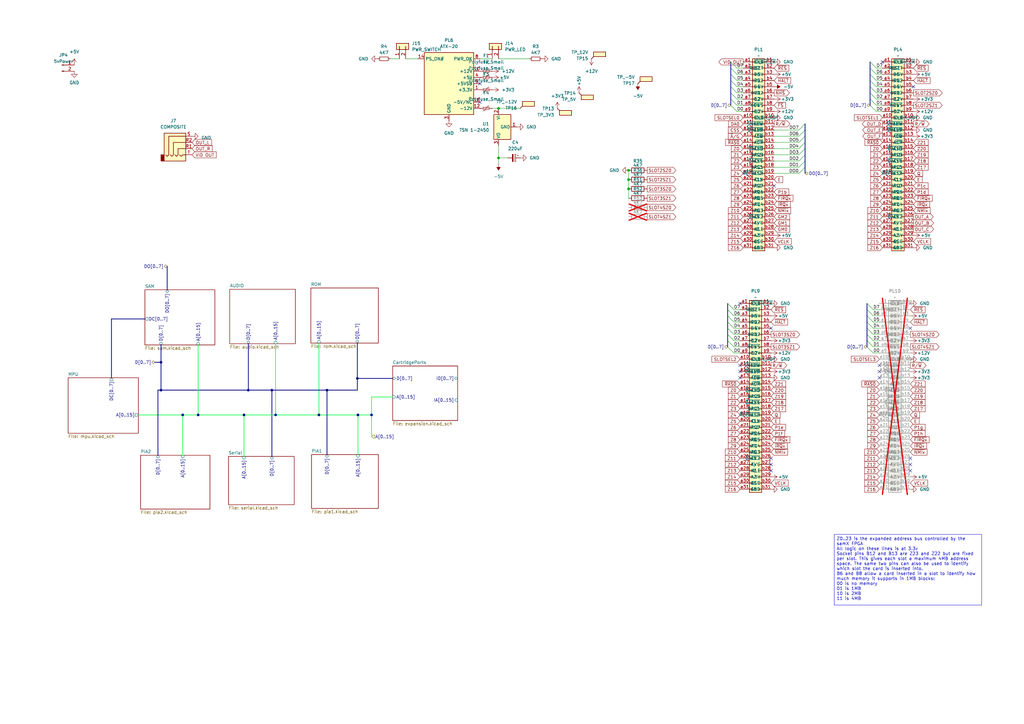
<source format=kicad_sch>
(kicad_sch (version 20231120) (generator "eeschema") (generator_version "8.0")
  (paper "A3")
  (junction (at 257.81 73.66))
  (junction (at 66.04 148.59))
  (junction (at 111.506 160.02))
  (junction (at 81.28 170.18))
  (junction (at 101.854 160.02))
  (junction (at 204.47 44.45))
  (junction (at 204.47 64.77))
  (junction (at 257.81 77.47))
  (junction (at 113.03 170.18))
  (junction (at 257.81 69.85))
  (junction (at 100.076 170.18))
  (junction (at 74.93 170.18))
  (junction (at 152.4 170.18))
  (junction (at 130.81 170.18))
  (junction (at 146.558 155.2022))
  (junction (at 66.04 160.02))
  (junction (at 134.112 160.02))
  (junction (at 146.812 170.18))
  (no_connect (at 373.38 190.5))
  (no_connect (at 303.53 124.46))
  (no_connect (at 316.23 187.96))
  (no_connect (at 303.53 154.94))
  (no_connect (at 373.38 187.96))
  (no_connect (at 373.38 134.62))
  (no_connect (at 374.65 35.56))
  (no_connect (at 303.53 149.86))
  (no_connect (at 316.23 134.62))
  (no_connect (at 360.68 152.4))
  (no_connect (at 196.85 34.29))
  (no_connect (at 196.85 41.91))
  (no_connect (at 303.53 152.4))
  (no_connect (at 317.5 76.2))
  (no_connect (at 316.23 193.04))
  (no_connect (at 360.68 154.94))
  (no_connect (at 373.38 193.04))
  (no_connect (at 361.95 25.4))
  (no_connect (at 316.23 190.5))
  (no_connect (at 360.68 149.86))
  (bus_entry (at 299.72 38.1) (size 2.54 2.54))
  (bus_entry (at 298.45 142.24) (size 2.54 2.54))
  (bus_entry (at 330.2 55.88) (size -2.54 2.54))
  (bus_entry (at 298.45 139.7) (size 2.54 2.54))
  (bus_entry (at 299.72 25.4) (size 2.54 2.54))
  (bus_entry (at 299.72 33.02) (size 2.54 2.54))
  (bus_entry (at 330.2 58.42) (size -2.54 2.54))
  (bus_entry (at 355.6 134.62) (size 2.54 2.54))
  (bus_entry (at 356.87 38.1) (size 2.54 2.54))
  (bus_entry (at 355.6 142.24) (size 2.54 2.54))
  (bus_entry (at 330.2 60.96) (size -2.54 2.54))
  (bus_entry (at 298.45 132.08) (size 2.54 2.54))
  (bus_entry (at 330.2 50.8) (size -2.54 2.54))
  (bus_entry (at 299.72 27.94) (size 2.54 2.54))
  (bus_entry (at 299.72 30.48) (size 2.54 2.54))
  (bus_entry (at 356.87 35.56) (size 2.54 2.54))
  (bus_entry (at 330.2 68.58) (size -2.54 2.54))
  (bus_entry (at 298.45 137.16) (size 2.54 2.54))
  (bus_entry (at 298.45 127) (size 2.54 2.54))
  (bus_entry (at 355.6 124.46) (size 2.54 2.54))
  (bus_entry (at 299.72 40.64) (size 2.54 2.54))
  (bus_entry (at 298.45 134.62) (size 2.54 2.54))
  (bus_entry (at 356.87 33.02) (size 2.54 2.54))
  (bus_entry (at 356.87 40.64) (size 2.54 2.54))
  (bus_entry (at 356.87 25.4) (size 2.54 2.54))
  (bus_entry (at 356.87 27.94) (size 2.54 2.54))
  (bus_entry (at 330.2 53.34) (size -2.54 2.54))
  (bus_entry (at 299.72 35.56) (size 2.54 2.54))
  (bus_entry (at 330.2 63.5) (size -2.54 2.54))
  (bus_entry (at 299.72 43.18) (size 2.54 2.54))
  (bus_entry (at 298.45 124.46) (size 2.54 2.54))
  (bus_entry (at 355.6 127) (size 2.54 2.54))
  (bus_entry (at 356.87 43.18) (size 2.54 2.54))
  (bus_entry (at 355.6 137.16) (size 2.54 2.54))
  (bus_entry (at 355.6 132.08) (size 2.54 2.54))
  (bus_entry (at 355.6 129.54) (size 2.54 2.54))
  (bus_entry (at 298.45 129.54) (size 2.54 2.54))
  (bus_entry (at 355.6 139.7) (size 2.54 2.54))
  (bus_entry (at 356.87 30.48) (size 2.54 2.54))
  (bus_entry (at 330.2 66.04) (size -2.54 2.54))
  (bus (pts (xy 152.4 170.18) (xy 152.4 179.07)) (stroke (width 0) (color 39 255 89 1)))
  (bus (pts (xy 355.6 127) (xy 355.6 124.46)))
  (bus (pts (xy 299.72 27.94) (xy 299.72 25.4)))
  (wire (pts (xy 359.41 40.64) (xy 361.95 40.64)))
  (bus (pts (xy 356.87 35.56) (xy 356.87 38.1)))
  (wire (pts (xy 302.26 38.1) (xy 304.8 38.1)))
  (bus (pts (xy 330.2 66.04) (xy 330.2 68.58)))
  (wire (pts (xy 359.41 30.48) (xy 361.95 30.48)))
  (wire (pts (xy 358.14 127) (xy 360.68 127)))
  (bus (pts (xy 134.112 160.02) (xy 146.558 160.02)))
  (bus (pts (xy 299.72 43.18) (xy 299.72 40.64)))
  (wire (pts (xy 358.14 137.16) (xy 360.68 137.16)))
  (wire (pts (xy 300.99 137.16) (xy 303.53 137.16)))
  (bus (pts (xy 356.87 43.18) (xy 356.87 40.64)))
  (bus (pts (xy 113.03 170.18) (xy 130.81 170.18)) (stroke (width 0) (color 39 255 89 1)))
  (bus (pts (xy 330.2 60.96) (xy 330.2 63.5)))
  (bus (pts (xy 146.558 155.2022) (xy 146.558 160.02)))
  (bus (pts (xy 330.2 53.34) (xy 330.2 50.8)))
  (bus (pts (xy 45.72 154.94) (xy 45.72 130.81)))
  (wire (pts (xy 327.66 63.5) (xy 317.5 63.5)))
  (bus (pts (xy 356.87 33.02) (xy 356.87 30.48)))
  (wire (pts (xy 359.41 45.72) (xy 361.95 45.72)))
  (wire (pts (xy 327.66 66.04) (xy 317.5 66.04)))
  (wire (pts (xy 208.28 64.77) (xy 204.47 64.77)))
  (bus (pts (xy 68.58 109.22) (xy 68.58 118.872)))
  (bus (pts (xy 161.0224 155.2022) (xy 146.558 155.2022)))
  (wire (pts (xy 160.02 24.13) (xy 163.83 24.13)))
  (wire (pts (xy 327.66 68.58) (xy 317.5 68.58)))
  (bus (pts (xy 355.6 132.08) (xy 355.6 134.62)))
  (wire (pts (xy 358.14 139.7) (xy 360.68 139.7)))
  (bus (pts (xy 111.506 187.198) (xy 111.506 160.02)))
  (bus (pts (xy 330.2 63.5) (xy 330.2 66.04)))
  (bus (pts (xy 355.6 134.62) (xy 355.6 137.16)))
  (wire (pts (xy 327.66 53.34) (xy 317.5 53.34)))
  (wire (pts (xy 317.5 71.12) (xy 327.66 71.12)))
  (wire (pts (xy 359.41 43.18) (xy 361.95 43.18)))
  (bus (pts (xy 298.45 142.24) (xy 298.45 139.7)))
  (wire (pts (xy 359.41 33.02) (xy 361.95 33.02)))
  (wire (pts (xy 217.17 24.13) (xy 204.47 24.13)))
  (wire (pts (xy 302.26 30.48) (xy 304.8 30.48)))
  (wire (pts (xy 358.14 142.24) (xy 360.68 142.24)))
  (bus (pts (xy 146.558 155.2022) (xy 146.558 140.716)))
  (wire (pts (xy 300.99 142.24) (xy 303.53 142.24)))
  (wire (pts (xy 257.81 73.66) (xy 257.81 77.47)))
  (wire (pts (xy 300.99 127) (xy 303.53 127)))
  (bus (pts (xy 74.93 170.18) (xy 81.28 170.18)) (stroke (width 0) (color 39 255 89 1)))
  (bus (pts (xy 330.2 71.12) (xy 330.2 68.58)))
  (bus (pts (xy 146.812 170.18) (xy 152.4 170.18)) (stroke (width 0) (color 39 255 89 1)))
  (bus (pts (xy 56.769 170.18) (xy 74.93 170.18)) (stroke (width 0) (color 39 255 89 1)))
  (bus (pts (xy 63.5 148.59) (xy 66.04 148.59)))
  (bus (pts (xy 356.87 38.1) (xy 356.87 40.64)))
  (bus (pts (xy 298.45 132.08) (xy 298.45 134.62)))
  (bus (pts (xy 299.72 27.94) (xy 299.72 30.48)))
  (wire (pts (xy 302.26 40.64) (xy 304.8 40.64)))
  (bus (pts (xy 330.2 58.42) (xy 330.2 55.88)))
  (bus (pts (xy 66.04 160.02) (xy 101.854 160.02)))
  (wire (pts (xy 196.85 24.13) (xy 201.93 24.13)))
  (wire (pts (xy 300.99 134.62) (xy 303.53 134.62)))
  (bus (pts (xy 299.72 35.56) (xy 299.72 38.1)))
  (bus (pts (xy 100.076 187.198) (xy 100.076 170.18)) (stroke (width 0) (color 39 255 89 1)))
  (bus (pts (xy 298.45 134.62) (xy 298.45 137.16)))
  (wire (pts (xy 300.99 129.54) (xy 303.53 129.54)))
  (bus (pts (xy 298.45 127) (xy 298.45 124.46)))
  (wire (pts (xy 201.93 44.45) (xy 204.47 44.45)))
  (bus (pts (xy 152.4 170.18) (xy 152.4 162.814)) (stroke (width 0) (color 39 255 89 1)))
  (bus (pts (xy 81.28 141.478) (xy 81.28 170.18)) (stroke (width 0) (color 39 255 89 1)))
  (bus (pts (xy 356.87 27.94) (xy 356.87 30.48)))
  (wire (pts (xy 327.66 55.88) (xy 317.5 55.88)))
  (wire (pts (xy 302.26 35.56) (xy 304.8 35.56)))
  (bus (pts (xy 111.506 160.02) (xy 134.112 160.02)))
  (bus (pts (xy 152.4 162.814) (xy 161.036 162.814)) (stroke (width 0) (color 39 255 89 1)))
  (wire (pts (xy 358.14 134.62) (xy 360.68 134.62)))
  (bus (pts (xy 356.87 33.02) (xy 356.87 35.56)))
  (wire (pts (xy 327.66 58.42) (xy 317.5 58.42)))
  (wire (pts (xy 302.26 43.18) (xy 304.8 43.18)))
  (wire (pts (xy 327.66 60.96) (xy 317.5 60.96)))
  (wire (pts (xy 358.14 144.78) (xy 360.68 144.78)))
  (wire (pts (xy 302.26 27.94) (xy 304.8 27.94)))
  (bus (pts (xy 298.45 137.16) (xy 298.45 139.7)))
  (wire (pts (xy 204.47 44.45) (xy 213.36 44.45)))
  (bus (pts (xy 81.28 170.18) (xy 100.076 170.18)) (stroke (width 0) (color 39 255 89 1)))
  (bus (pts (xy 330.2 53.34) (xy 330.2 55.88)))
  (bus (pts (xy 355.6 137.16) (xy 355.6 139.7)))
  (wire (pts (xy 302.26 45.72) (xy 304.8 45.72)))
  (bus (pts (xy 130.81 170.18) (xy 146.812 170.18)) (stroke (width 0) (color 39 255 89 1)))
  (wire (pts (xy 359.41 35.56) (xy 361.95 35.56)))
  (bus (pts (xy 74.93 170.18) (xy 74.93 186.69)) (stroke (width 0) (color 39 255 89 1)))
  (bus (pts (xy 355.6 127) (xy 355.6 129.54)))
  (bus (pts (xy 356.87 27.94) (xy 356.87 25.4)))
  (wire (pts (xy 204.47 64.77) (xy 204.47 59.69)))
  (bus (pts (xy 66.04 141.4001) (xy 66.04 148.59)))
  (bus (pts (xy 64.77 160.02) (xy 66.04 160.02)))
  (bus (pts (xy 66.04 148.59) (xy 66.04 160.02)))
  (bus (pts (xy 299.72 38.1) (xy 299.72 40.64)))
  (bus (pts (xy 101.854 160.02) (xy 111.506 160.02)))
  (bus (pts (xy 299.72 33.02) (xy 299.72 30.48)))
  (bus (pts (xy 299.72 33.02) (xy 299.72 35.56)))
  (bus (pts (xy 101.854 140.97) (xy 101.854 160.02)))
  (bus (pts (xy 146.812 186.436) (xy 146.812 170.18)) (stroke (width 0) (color 39 255 89 1)))
  (wire (pts (xy 257.81 69.85) (xy 257.81 73.66)))
  (wire (pts (xy 300.99 132.08) (xy 303.53 132.08)))
  (bus (pts (xy 113.03 140.97) (xy 113.03 170.18)) (stroke (width 0) (color 39 255 89 1)))
  (bus (pts (xy 298.45 132.08) (xy 298.45 129.54)))
  (bus (pts (xy 64.77 186.69) (xy 64.77 160.02)))
  (wire (pts (xy 359.41 38.1) (xy 361.95 38.1)))
  (bus (pts (xy 45.72 130.81) (xy 59.436 130.81)))
  (bus (pts (xy 355.6 132.08) (xy 355.6 129.54)))
  (bus (pts (xy 130.81 140.716) (xy 130.81 170.18)) (stroke (width 0) (color 39 255 89 1)))
  (bus (pts (xy 298.45 127) (xy 298.45 129.54)))
  (bus (pts (xy 100.076 170.18) (xy 113.03 170.18)) (stroke (width 0) (color 39 255 89 1)))
  (wire (pts (xy 358.14 129.54) (xy 360.68 129.54)))
  (wire (pts (xy 300.99 139.7) (xy 303.53 139.7)))
  (bus (pts (xy 355.6 142.24) (xy 355.6 139.7)))
  (bus (pts (xy 134.112 186.436) (xy 134.112 160.02)))
  (wire (pts (xy 204.47 67.31) (xy 204.47 64.77)))
  (wire (pts (xy 300.99 144.78) (xy 303.53 144.78)))
  (wire (pts (xy 257.81 77.47) (xy 257.81 81.28)))
  (wire (pts (xy 359.41 27.94) (xy 361.95 27.94)))
  (wire (pts (xy 166.37 24.13) (xy 171.45 24.13)))
  (wire (pts (xy 358.14 132.08) (xy 360.68 132.08)))
  (wire (pts (xy 302.26 33.02) (xy 304.8 33.02)))
  (bus (pts (xy 330.2 58.42) (xy 330.2 60.96)))
  (text_box "Z0..23 is the expanded address bus controlled by the samX FPGA\nAll logic on these lines is at 3.3v\nSocket pins B12 and B13 are Z23 and Z22 but are fixed per slot. This gives each slot a maximum 4MB address space. The same two pins can also be used to identify which slot the card is inserted into.\nB6 and B8 allow a card inserted in a slot to identify how much memory it supports in 1MB blocks:\n00 is no memory\n01 is 1MB\n10 is 2MB\n11 is 4MB\n" (at 342.138 219.202 0) (size 60.452 28.956) (effects (font (size 1.27 1.27)) (justify left top)))
  (label "D2" (at 359.41 40.64 0))
  (label "D5" (at 359.41 33.02 0))
  (label "D1" (at 358.14 142.24 0))
  (label "D6" (at 359.41 30.48 0))
  (label "DO4" (at 327.66 60.96 180))
  (label "D7" (at 358.14 127 0))
  (label "D2" (at 302.26 40.64 0))
  (label "D5" (at 300.99 132.08 0))
  (label "D0" (at 358.14 144.78 0))
  (label "D3" (at 302.26 38.1 0))
  (label "DO3" (at 327.66 63.5 180))
  (label "D4" (at 302.26 35.56 0))
  (label "D1" (at 302.26 43.18 0))
  (label "DO5" (at 327.66 58.42 180))
  (label "D6" (at 300.99 129.54 0))
  (label "DO0" (at 327.6152 71.12 180))
  (label "D5" (at 302.26 33.02 0))
  (label "DO6" (at 327.66 55.88 180))
  (label "D3" (at 359.41 38.1 0))
  (label "D4" (at 358.14 134.62 0))
  (label "D4" (at 359.41 35.56 0))
  (label "DO2" (at 327.66 66.04 180))
  (label "D4" (at 300.99 134.62 0))
  (label "D3" (at 300.99 137.16 0))
  (label "D1" (at 359.41 43.18 0))
  (label "D7" (at 302.26 27.94 0))
  (label "D1" (at 300.99 142.24 0))
  (label "D6" (at 302.26 30.48 0))
  (label "D7" (at 300.99 127 0))
  (label "D3" (at 358.14 137.16 0))
  (label "D2" (at 358.14 139.7 0))
  (label "D5" (at 358.14 132.08 0))
  (label "D6" (at 358.14 129.54 0))
  (label "D2" (at 300.99 139.7 0))
  (label "D0" (at 300.99 144.78 0))
  (label "D0" (at 302.26 45.72 0))
  (label "D0" (at 359.41 45.72 0))
  (label "DO7" (at 327.66 53.34 180))
  (label "D7" (at 359.41 27.94 0))
  (label "DO1" (at 327.66 68.58 180))
  (global_label "Z3" (shape input) (at 361.95 68.58 180) (property "Intersheetrefs" "${INTERSHEET_REFS}" (effects (hide yes))))
  (global_label "VCLK" (shape input) (at 373.38 198.12 0) (property "Intersheetrefs" "${INTERSHEET_REFS}" (effects (hide yes))))
  (global_label "Z6" (shape input) (at 304.8 76.2 180) (property "Intersheetrefs" "${INTERSHEET_REFS}" (effects (hide yes))))
  (global_label "~{FS}" (shape input) (at 317.5 43.18 0) (property "Intersheetrefs" "${INTERSHEET_REFS}" (effects (hide yes))))
  (global_label "Z16" (shape input) (at 304.8 101.6 180) (property "Intersheetrefs" "${INTERSHEET_REFS}" (effects (hide yes))))
  (global_label "~{RAS0}" (shape input) (at 360.68 157.48 180) (property "Intersheetrefs" "${INTERSHEET_REFS}" (effects (hide yes))))
  (global_label "SLOT3SZ1" (shape output) (at 316.23 142.24 0) (property "Intersheetrefs" "${INTERSHEET_REFS}" (effects (hide yes))))
  (global_label "Z8" (shape input) (at 304.8 81.28 180) (property "Intersheetrefs" "${INTERSHEET_REFS}" (effects (hide yes))))
  (global_label "Z11" (shape input) (at 360.68 187.96 180) (property "Intersheetrefs" "${INTERSHEET_REFS}" (effects (hide yes))))
  (global_label "Z6" (shape input) (at 360.68 175.26 180) (property "Intersheetrefs" "${INTERSHEET_REFS}" (effects (hide yes))))
  (global_label "SLOT4SZ1" (shape output) (at 373.38 142.24 0) (property "Intersheetrefs" "${INTERSHEET_REFS}" (effects (hide yes))))
  (global_label "SLOT2SZ0" (shape output) (at 265.43 69.85 0) (property "Intersheetrefs" "${INTERSHEET_REFS}" (effects (hide yes))))
  (global_label "Z16" (shape input) (at 361.95 101.6 180) (property "Intersheetrefs" "${INTERSHEET_REFS}" (effects (hide yes))))
  (global_label "Z8" (shape input) (at 360.68 180.34 180) (property "Intersheetrefs" "${INTERSHEET_REFS}" (effects (hide yes))))
  (global_label "~{NHS}" (shape output) (at 317.5 38.1 0) (property "Intersheetrefs" "${INTERSHEET_REFS}" (effects (hide yes))))
  (global_label "Z5" (shape input) (at 303.53 172.72 180) (property "Intersheetrefs" "${INTERSHEET_REFS}" (effects (hide yes))))
  (global_label "Z5" (shape input) (at 360.68 172.72 180) (property "Intersheetrefs" "${INTERSHEET_REFS}" (effects (hide yes))))
  (global_label "Z13" (shape input) (at 304.8 93.98 180) (property "Intersheetrefs" "${INTERSHEET_REFS}" (effects (hide yes))))
  (global_label "SLOT3SZ1" (shape output) (at 265.43 81.28 0) (property "Intersheetrefs" "${INTERSHEET_REFS}" (effects (hide yes))))
  (global_label "Z6" (shape input) (at 303.53 175.26 180) (property "Intersheetrefs" "${INTERSHEET_REFS}" (effects (hide yes))))
  (global_label "~{A}{slash}G" (shape input) (at 304.8 55.88 180) (property "Intersheetrefs" "${INTERSHEET_REFS}" (effects (hide yes))))
  (global_label "Z15" (shape input) (at 361.95 99.06 180) (property "Intersheetrefs" "${INTERSHEET_REFS}" (effects (hide yes))))
  (global_label "SLOT3SZ0" (shape output) (at 316.23 137.16 0) (property "Intersheetrefs" "${INTERSHEET_REFS}" (effects (hide yes))))
  (global_label "Z4" (shape input) (at 361.95 71.12 180) (property "Intersheetrefs" "${INTERSHEET_REFS}" (effects (hide yes))))
  (global_label "P1d" (shape input) (at 374.65 78.74 0) (property "Intersheetrefs" "${INTERSHEET_REFS}" (effects (hide yes))))
  (global_label "SLOT4SZ0" (shape output) (at 373.38 137.16 0) (property "Intersheetrefs" "${INTERSHEET_REFS}" (effects (hide yes))))
  (global_label "Z3" (shape input) (at 303.53 167.64 180) (property "Intersheetrefs" "${INTERSHEET_REFS}" (effects (hide yes))))
  (global_label "VID OUT" (shape output) (at 304.8 25.4 180) (property "Intersheetrefs" "${INTERSHEET_REFS}" (effects (hide yes))))
  (global_label "Z11" (shape input) (at 303.53 187.96 180) (property "Intersheetrefs" "${INTERSHEET_REFS}" (effects (hide yes))))
  (global_label "~{HALT}" (shape input) (at 374.65 33.02 0) (property "Intersheetrefs" "${INTERSHEET_REFS}" (effects (hide yes))))
  (global_label "Z8" (shape input) (at 303.53 180.34 180) (property "Intersheetrefs" "${INTERSHEET_REFS}" (effects (hide yes))))
  (global_label "R{slash}~{W}" (shape output) (at 316.23 149.86 0) (property "Intersheetrefs" "${INTERSHEET_REFS}" (effects (hide yes))))
  (global_label "~{HALT}" (shape input) (at 317.5 33.02 0) (property "Intersheetrefs" "${INTERSHEET_REFS}" (effects (hide yes))))
  (global_label "Z3" (shape input) (at 360.68 167.64 180) (property "Intersheetrefs" "${INTERSHEET_REFS}" (effects (hide yes))))
  (global_label "Z13" (shape input) (at 303.53 193.04 180) (property "Intersheetrefs" "${INTERSHEET_REFS}" (effects (hide yes))))
  (global_label "Z21" (shape input) (at 374.65 58.42 0) (property "Intersheetrefs" "${INTERSHEET_REFS}" (effects (hide yes))))
  (global_label "Z15" (shape input) (at 360.68 198.12 180) (property "Intersheetrefs" "${INTERSHEET_REFS}" (effects (hide yes))))
  (global_label "Z17" (shape input) (at 374.65 68.58 0) (property "Intersheetrefs" "${INTERSHEET_REFS}" (effects (hide yes))))
  (global_label "Z14" (shape input) (at 361.95 96.52 180) (property "Intersheetrefs" "${INTERSHEET_REFS}" (effects (hide yes))))
  (global_label "Z4" (shape input) (at 360.68 170.18 180) (property "Intersheetrefs" "${INTERSHEET_REFS}" (effects (hide yes))))
  (global_label "Z0" (shape input) (at 304.8 60.96 180) (property "Intersheetrefs" "${INTERSHEET_REFS}" (effects (hide yes))))
  (global_label "OUT_F" (shape output) (at 361.95 55.88 180) (property "Intersheetrefs" "${INTERSHEET_REFS}" (effects (hide yes))))
  (global_label "E" (shape input) (at 316.23 172.72 0) (property "Intersheetrefs" "${INTERSHEET_REFS}" (effects (hide yes))))
  (global_label "R{slash}~{W}" (shape output) (at 317.5 50.8 0) (property "Intersheetrefs" "${INTERSHEET_REFS}" (effects (hide yes))))
  (global_label "SLOT2SZ1" (shape output) (at 265.43 73.66 0) (property "Intersheetrefs" "${INTERSHEET_REFS}" (effects (hide yes))))
  (global_label "Z1" (shape input) (at 303.53 162.56 180) (property "Intersheetrefs" "${INTERSHEET_REFS}" (effects (hide yes))))
  (global_label "Z10" (shape input) (at 303.53 185.42 180) (property "Intersheetrefs" "${INTERSHEET_REFS}" (effects (hide yes))))
  (global_label "E" (shape input) (at 374.65 73.66 0) (property "Intersheetrefs" "${INTERSHEET_REFS}" (effects (hide yes))))
  (global_label "R{slash}~{W}" (shape output) (at 373.38 149.86 0) (property "Intersheetrefs" "${INTERSHEET_REFS}" (effects (hide yes))))
  (global_label "Z12" (shape input) (at 303.53 190.5 180) (property "Intersheetrefs" "${INTERSHEET_REFS}" (effects (hide yes))))
  (global_label "~{FIRQx}" (shape input) (at 316.23 180.34 0) (property "Intersheetrefs" "${INTERSHEET_REFS}" (effects (hide yes))))
  (global_label "CSS" (shape input) (at 304.8 53.34 180) (property "Intersheetrefs" "${INTERSHEET_REFS}" (effects (hide yes))))
  (global_label "Z1" (shape input) (at 361.95 63.5 180) (property "Intersheetrefs" "${INTERSHEET_REFS}" (effects (hide yes))))
  (global_label "OUT_D" (shape output) (at 361.95 50.8 180) (property "Intersheetrefs" "${INTERSHEET_REFS}" (effects (hide yes))))
  (global_label "Z2" (shape input) (at 303.53 165.1 180) (property "Intersheetrefs" "${INTERSHEET_REFS}" (effects (hide yes))))
  (global_label "Z7" (shape input) (at 360.68 177.8 180) (property "Intersheetrefs" "${INTERSHEET_REFS}" (effects (hide yes))))
  (global_label "OUT_A" (shape output) (at 374.65 88.9 0) (property "Intersheetrefs" "${INTERSHEET_REFS}" (effects (hide yes))))
  (global_label "OUT_R" (shape input) (at 78.74 60.96 0) (property "Intersheetrefs" "${INTERSHEET_REFS}" (effects (hide yes))))
  (global_label "VID OUT" (shape input) (at 78.74 63.5 0) (property "Intersheetrefs" "${INTERSHEET_REFS}" (effects (hide yes))))
  (global_label "~{RES}" (shape input) (at 317.5 27.94 0) (property "Intersheetrefs" "${INTERSHEET_REFS}" (effects (hide yes))))
  (global_label "Z18" (shape input) (at 316.23 165.1 0) (property "Intersheetrefs" "${INTERSHEET_REFS}" (effects (hide yes))))
  (global_label "Z14" (shape input) (at 304.8 96.52 180) (property "Intersheetrefs" "${INTERSHEET_REFS}" (effects (hide yes))))
  (global_label "~{IRQx}" (shape input) (at 316.23 182.88 0) (property "Intersheetrefs" "${INTERSHEET_REFS}" (effects (hide yes))))
  (global_label "Z14" (shape input) (at 303.53 195.58 180) (property "Intersheetrefs" "${INTERSHEET_REFS}" (effects (hide yes))))
  (global_label "~{NMIx}" (shape input) (at 316.23 185.42 0) (property "Intersheetrefs" "${INTERSHEET_REFS}" (effects (hide yes))))
  (global_label "Z9" (shape input) (at 303.53 182.88 180) (property "Intersheetrefs" "${INTERSHEET_REFS}" (effects (hide yes))))
  (global_label "R{slash}~{W}" (shape output) (at 374.65 50.8 0) (property "Intersheetrefs" "${INTERSHEET_REFS}" (effects (hide yes))))
  (global_label "~{RES}" (shape input) (at 373.38 127 0) (property "Intersheetrefs" "${INTERSHEET_REFS}" (effects (hide yes))))
  (global_label "OUT_E" (shape output) (at 361.95 53.34 180) (property "Intersheetrefs" "${INTERSHEET_REFS}" (effects (hide yes))))
  (global_label "Z10" (shape input) (at 360.68 185.42 180) (property "Intersheetrefs" "${INTERSHEET_REFS}" (effects (hide yes))))
  (global_label "Z1" (shape input) (at 360.68 162.56 180) (property "Intersheetrefs" "${INTERSHEET_REFS}" (effects (hide yes))))
  (global_label "Z18" (shape input) (at 374.65 66.04 0) (property "Intersheetrefs" "${INTERSHEET_REFS}" (effects (hide yes))))
  (global_label "Z9" (shape input) (at 361.95 83.82 180) (property "Intersheetrefs" "${INTERSHEET_REFS}" (effects (hide yes))))
  (global_label "~{FIRQx}" (shape input) (at 374.65 81.28 0) (property "Intersheetrefs" "${INTERSHEET_REFS}" (effects (hide yes))))
  (global_label "Z14" (shape input) (at 360.68 195.58 180) (property "Intersheetrefs" "${INTERSHEET_REFS}" (effects (hide yes))))
  (global_label "Z19" (shape input) (at 316.23 162.56 0) (property "Intersheetrefs" "${INTERSHEET_REFS}" (effects (hide yes))))
  (global_label "Z17" (shape input) (at 316.23 167.64 0) (property "Intersheetrefs" "${INTERSHEET_REFS}" (effects (hide yes))))
  (global_label "SLOT4SZ0" (shape output) (at 265.43 85.09 0) (property "Intersheetrefs" "${INTERSHEET_REFS}" (effects (hide yes))))
  (global_label "Q" (shape input) (at 373.38 170.18 0) (property "Intersheetrefs" "${INTERSHEET_REFS}" (effects (hide yes))))
  (global_label "Z2" (shape input) (at 361.95 66.04 180) (property "Intersheetrefs" "${INTERSHEET_REFS}" (effects (hide yes))))
  (global_label "Z2" (shape input) (at 360.68 165.1 180) (property "Intersheetrefs" "${INTERSHEET_REFS}" (effects (hide yes))))
  (global_label "~{FIRQx}" (shape input) (at 373.38 180.34 0) (property "Intersheetrefs" "${INTERSHEET_REFS}" (effects (hide yes))))
  (global_label "Z0" (shape input) (at 303.53 160.02 180) (property "Intersheetrefs" "${INTERSHEET_REFS}" (effects (hide yes))))
  (global_label "Z13" (shape input) (at 361.95 93.98 180) (property "Intersheetrefs" "${INTERSHEET_REFS}" (effects (hide yes))))
  (global_label "~{IRQx}" (shape input) (at 373.38 182.88 0) (property "Intersheetrefs" "${INTERSHEET_REFS}" (effects (hide yes))))
  (global_label "SLOTSEL2" (shape input) (at 303.53 147.32 180) (property "Intersheetrefs" "${INTERSHEET_REFS}" (effects (hide yes))))
  (global_label "SLOT2SZ1" (shape output) (at 374.65 43.18 0) (property "Intersheetrefs" "${INTERSHEET_REFS}" (effects (hide yes))))
  (global_label "Z10" (shape input) (at 361.95 86.36 180) (property "Intersheetrefs" "${INTERSHEET_REFS}" (effects (hide yes))))
  (global_label "~{NMIx}" (shape input) (at 374.65 86.36 0) (property "Intersheetrefs" "${INTERSHEET_REFS}" (effects (hide yes))))
  (global_label "GM1" (shape input) (at 317.5 91.44 0) (property "Intersheetrefs" "${INTERSHEET_REFS}" (effects (hide yes))))
  (global_label "~{HALT}" (shape input) (at 316.23 132.08 0) (property "Intersheetrefs" "${INTERSHEET_REFS}" (effects (hide yes))))
  (global_label "~{RES}" (shape input) (at 374.65 27.94 0) (property "Intersheetrefs" "${INTERSHEET_REFS}" (effects (hide yes))))
  (global_label "OUT_B" (shape output) (at 374.65 91.44 0) (property "Intersheetrefs" "${INTERSHEET_REFS}" (effects (hide yes))))
  (global_label "Z16" (shape input) (at 303.53 200.66 180) (property "Intersheetrefs" "${INTERSHEET_REFS}" (effects (hide yes))))
  (global_label "E" (shape input) (at 373.38 172.72 0) (property "Intersheetrefs" "${INTERSHEET_REFS}" (effects (hide yes))))
  (global_label "SLOTSEL3" (shape input) (at 360.68 147.32 180) (property "Intersheetrefs" "${INTERSHEET_REFS}" (effects (hide yes))))
  (global_label "P1b" (shape input) (at 317.5 78.74 0) (property "Intersheetrefs" "${INTERSHEET_REFS}" (effects (hide yes))))
  (global_label "VCLK" (shape input) (at 374.65 99.06 0) (property "Intersheetrefs" "${INTERSHEET_REFS}" (effects (hide yes))))
  (global_label "DA0" (shape input) (at 304.8 50.8 180) (property "Intersheetrefs" "${INTERSHEET_REFS}" (effects (hide yes))))
  (global_label "SLOT3SZ0" (shape output) (at 265.43 77.47 0) (property "Intersheetrefs" "${INTERSHEET_REFS}" (effects (hide yes))))
  (global_label "Z21" (shape input) (at 316.23 157.48 0) (property "Intersheetrefs" "${INTERSHEET_REFS}" (effects (hide yes))))
  (global_label "Z11" (shape input) (at 361.95 88.9 180) (property "Intersheetrefs" "${INTERSHEET_REFS}" (effects (hide yes))))
  (global_label "Z0" (shape input) (at 360.68 160.02 180) (property "Intersheetrefs" "${INTERSHEET_REFS}" (effects (hide yes))))
  (global_label "GM2" (shape input) (at 317.5 88.9 0) (property "Intersheetrefs" "${INTERSHEET_REFS}" (effects (hide yes))))
  (global_label "Z1" (shape input) (at 304.8 63.5 180) (property "Intersheetrefs" "${INTERSHEET_REFS}" (effects (hide yes))))
  (global_label "Z12" (shape input) (at 304.8 91.44 180) (property "Intersheetrefs" "${INTERSHEET_REFS}" (effects (hide yes))))
  (global_label "P1g" (shape input) (at 373.38 175.26 0) (property "Intersheetrefs" "${INTERSHEET_REFS}" (effects (hide yes))))
  (global_label "Z6" (shape input) (at 361.95 76.2 180) (property "Intersheetrefs" "${INTERSHEET_REFS}" (effects (hide yes))))
  (global_label "OUT_C" (shape output) (at 374.65 93.98 0) (property "Intersheetrefs" "${INTERSHEET_REFS}" (effects (hide yes))))
  (global_label "Z2" (shape input) (at 304.8 66.04 180) (property "Intersheetrefs" "${INTERSHEET_REFS}" (effects (hide yes))))
  (global_label "Z4" (shape input) (at 303.53 170.18 180) (property "Intersheetrefs" "${INTERSHEET_REFS}" (effects (hide yes))))
  (global_label "~{FIRQx}" (shape input) (at 317.5 81.28 0) (property "Intersheetrefs" "${INTERSHEET_REFS}" (effects (hide yes))))
  (global_label "Q" (shape input) (at 316.23 170.18 0) (property "Intersheetrefs" "${INTERSHEET_REFS}" (effects (hide yes))))
  (global_label "VCLK" (shape input) (at 316.23 198.12 0) (property "Intersheetrefs" "${INTERSHEET_REFS}" (effects (hide yes))))
  (global_label "Z13" (shape input) (at 360.68 193.04 180) (property "Intersheetrefs" "${INTERSHEET_REFS}" (effects (hide yes))))
  (global_label "OUT_L" (shape input) (at 78.74 58.42 0) (property "Intersheetrefs" "${INTERSHEET_REFS}" (effects (hide yes))))
  (global_label "Z16" (shape input) (at 360.68 200.66 180) (property "Intersheetrefs" "${INTERSHEET_REFS}" (effects (hide yes))))
  (global_label "Z18" (shape input) (at 373.38 165.1 0) (property "Intersheetrefs" "${INTERSHEET_REFS}" (effects (hide yes))))
  (global_label "SLOT2SZ0" (shape output) (at 374.65 38.1 0) (property "Intersheetrefs" "${INTERSHEET_REFS}" (effects (hide yes))))
  (global_label "Z17" (shape input) (at 373.38 167.64 0) (property "Intersheetrefs" "${INTERSHEET_REFS}" (effects (hide yes))))
  (global_label "Z7" (shape input) (at 361.95 78.74 180) (property "Intersheetrefs" "${INTERSHEET_REFS}" (effects (hide yes))))
  (global_label "Z20" (shape input) (at 373.38 160.02 0) (property "Intersheetrefs" "${INTERSHEET_REFS}" (effects (hide yes))))
  (global_label "Z8" (shape input) (at 361.95 81.28 180) (property "Intersheetrefs" "${INTERSHEET_REFS}" (effects (hide yes))))
  (global_label "~{NMIx}" (shape input) (at 373.38 185.42 0) (property "Intersheetrefs" "${INTERSHEET_REFS}" (effects (hide yes))))
  (global_label "Z7" (shape input) (at 304.8 78.74 180) (property "Intersheetrefs" "${INTERSHEET_REFS}" (effects (hide yes))))
  (global_label "~{IRQx}" (shape input) (at 374.65 83.82 0) (property "Intersheetrefs" "${INTERSHEET_REFS}" (effects (hide yes))))
  (global_label "~{RES}" (shape input) (at 316.23 127 0) (property "Intersheetrefs" "${INTERSHEET_REFS}" (effects (hide yes))))
  (global_label "Z3" (shape input) (at 304.8 68.58 180) (property "Intersheetrefs" "${INTERSHEET_REFS}" (effects (hide yes))))
  (global_label "Z7" (shape input) (at 303.53 177.8 180) (property "Intersheetrefs" "${INTERSHEET_REFS}" (effects (hide yes))))
  (global_label "Q" (shape input) (at 374.65 71.12 0) (property "Intersheetrefs" "${INTERSHEET_REFS}" (effects (hide yes))))
  (global_label "Z0" (shape input) (at 361.95 60.96 180) (property "Intersheetrefs" "${INTERSHEET_REFS}" (effects (hide yes))))
  (global_label "~{RAS0}" (shape input) (at 303.53 157.48 180) (property "Intersheetrefs" "${INTERSHEET_REFS}" (effects (hide yes))))
  (global_label "Z19" (shape input) (at 374.65 63.5 0) (property "Intersheetrefs" "${INTERSHEET_REFS}" (effects (hide yes))))
  (global_label "Z11" (shape input) (at 304.8 88.9 180) (property "Intersheetrefs" "${INTERSHEET_REFS}" (effects (hide yes))))
  (global_label "~{NMIx}" (shape input) (at 317.5 86.36 0) (property "Intersheetrefs" "${INTERSHEET_REFS}" (effects (hide yes))))
  (global_label "Z19" (shape input) (at 373.38 162.56 0) (property "Intersheetrefs" "${INTERSHEET_REFS}" (effects (hide yes))))
  (global_label "P1h" (shape input) (at 373.38 177.8 0) (property "Intersheetrefs" "${INTERSHEET_REFS}" (effects (hide yes))))
  (global_label "VCLK" (shape input) (at 317.5 99.06 0) (property "Intersheetrefs" "${INTERSHEET_REFS}" (effects (hide yes))))
  (global_label "SLOTSEL0" (shape input) (at 304.8 48.26 180) (property "Intersheetrefs" "${INTERSHEET_REFS}" (effects (hide yes))))
  (global_label "Z9" (shape input) (at 304.8 83.82 180) (property "Intersheetrefs" "${INTERSHEET_REFS}" (effects (hide yes))))
  (global_label "P1f" (shape input) (at 316.23 177.8 0) (property "Intersheetrefs" "${INTERSHEET_REFS}" (effects (hide yes))))
  (global_label "Z10" (shape input) (at 304.8 86.36 180) (property "Intersheetrefs" "${INTERSHEET_REFS}" (effects (hide yes))))
  (global_label "~{IRQx}" (shape input) (at 317.5 83.82 0) (property "Intersheetrefs" "${INTERSHEET_REFS}" (effects (hide yes))))
  (global_label "Z12" (shape input) (at 360.68 190.5 180) (property "Intersheetrefs" "${INTERSHEET_REFS}" (effects (hide yes))))
  (global_label "~{HALT}" (shape input) (at 373.38 132.08 0) (property "Intersheetrefs" "${INTERSHEET_REFS}" (effects (hide yes))))
  (global_label "P1c" (shape input) (at 374.65 76.2 0) (property "Intersheetrefs" "${INTERSHEET_REFS}" (effects (hide yes))))
  (global_label "Z15" (shape input) (at 304.8 99.06 180) (property "Intersheetrefs" "${INTERSHEET_REFS}" (effects (hide yes))))
  (global_label "P1e" (shape input) (at 316.23 175.26 0) (property "Intersheetrefs" "${INTERSHEET_REFS}" (effects (hide yes))))
  (global_label "Z20" (shape input) (at 316.23 160.02 0) (property "Intersheetrefs" "${INTERSHEET_REFS}" (effects (hide yes))))
  (global_label "Z5" (shape input) (at 304.8 73.66 180) (property "Intersheetrefs" "${INTERSHEET_REFS}" (effects (hide yes))))
  (global_label "SLOTSEL1" (shape input) (at 361.95 48.26 180) (property "Intersheetrefs" "${INTERSHEET_REFS}" (effects (hide yes))))
  (global_label "Z15" (shape input) (at 303.53 198.12 180) (property "Intersheetrefs" "${INTERSHEET_REFS}" (effects (hide yes))))
  (global_label "Z4" (shape input) (at 304.8 71.12 180) (property "Intersheetrefs" "${INTERSHEET_REFS}" (effects (hide yes))))
  (global_label "Z12" (shape input) (at 361.95 91.44 180) (property "Intersheetrefs" "${INTERSHEET_REFS}" (effects (hide yes))))
  (global_label "Z5" (shape input) (at 361.95 73.66 180) (property "Intersheetrefs" "${INTERSHEET_REFS}" (effects (hide yes))))
  (global_label "~{RAS0}" (shape input) (at 304.8 58.42 180) (property "Intersheetrefs" "${INTERSHEET_REFS}" (effects (hide yes))))
  (global_label "GM0" (shape input) (at 317.5 93.98 0) (property "Intersheetrefs" "${INTERSHEET_REFS}" (effects (hide yes))))
  (global_label "Z9" (shape input) (at 360.68 182.88 180) (property "Intersheetrefs" "${INTERSHEET_REFS}" (effects (hide yes))))
  (global_label "E" (shape input) (at 317.5 73.66 0) (property "Intersheetrefs" "${INTERSHEET_REFS}" (effects (hide yes))))
  (global_label "Z21" (shape input) (at 373.38 157.48 0) (property "Intersheetrefs" "${INTERSHEET_REFS}" (effects (hide yes))))
  (global_label "Z20" (shape input) (at 374.65 60.96 0) (property "Intersheetrefs" "${INTERSHEET_REFS}" (effects (hide yes))))
  (global_label "~{RAS0}" (shape input) (at 361.95 58.42 180) (property "Intersheetrefs" "${INTERSHEET_REFS}" (effects (hide yes))))
  (global_label "SLOT4SZ1" (shape output) (at 265.43 88.9 0) (property "Intersheetrefs" "${INTERSHEET_REFS}" (effects (hide yes))))
  (hierarchical_label "DO[0..7]" (shape bidirectional) (at 330.2 71.12 0))
  (hierarchical_label "D[0..7]" (shape bidirectional) (at 356.87 43.18 180))
  (hierarchical_label "DO[0..7]" (shape bidirectional) (at 68.58 109.22 180))
  (hierarchical_label "A[0..15]" (shape input) (at 152.4 179.07 0))
  (hierarchical_label "D[0..7]" (shape bidirectional) (at 63.5 148.59 180))
  (hierarchical_label "D[0..7]" (shape bidirectional) (at 299.72 43.18 180))
  (hierarchical_label "D[0..7]" (shape bidirectional) (at 355.6 142.24 180))
  (hierarchical_label "D[0..7]" (shape bidirectional) (at 298.45 142.24 180))
  (symbol (lib_id "power:GND") (at 373.38 124.46 90) (unit 1)
    (property "Reference" "#PWR0234" (effects (hide yes)))
    (property "Value" "GND" (at 377.19 124.4599 90) (effects (justify right)))
  )
  (symbol (lib_id "Connector:Conn_01x02_Pin") (at 25.4 26.67 0) (unit 1)
    (property "Reference" "JP4" (at 26.035 22.606 0))
    (property "Value" "5vPower" (at 26.035 25.146 0))
    (property "Footprint" "Connector_PinHeader_2.54mm:PinHeader_1x02_P2.54mm_Vertical" (effects (hide yes)))
  )
  (symbol (lib_id "power:GND") (at 373.38 147.32 90) (unit 1)
    (property "Reference" "#PWR0240" (effects (hide yes)))
    (property "Value" "GND" (at 377.19 147.3199 90) (effects (justify right)))
  )
  (symbol (lib_id "Device:Polyfuse_Small") (at 199.39 36.83 90) (unit 1)
    (property "Reference" "F3" (at 199.39 30.48 90))
    (property "Value" "Polyfuse_Small" (at 199.39 33.02 90))
    (property "Footprint" "Fuse:Fuse_Bourns_MF-RHT400" (effects (hide yes)))
    (property "Description" "Resettable fuse, polymeric positive temperature coefficient, small symbol" (effects (hide yes)))
  )
  (symbol (lib_id "vdg:XT8") (at 311.15 63.5 0) (unit 1)
    (property "Reference" "PL1" (at 311.15 20.32 0))
    (property "Value" "~" (at 311.15 22.86 0))
    (property "Footprint" "Dragon:ISA_2x31" (effects (hide yes)))
    (property "DigiKey" "EBC31DCWN-S371-ND" (effects (hide yes)))
  )
  (symbol (lib_id "vdg:XT8") (at 367.03 162.56 0) (unit 1) (in_bom no) (on_board no) (dnp yes)
    (property "Reference" "PL10" (at 367.03 119.38 0))
    (property "Value" "~" (at 367.03 121.92 0))
    (property "Footprint" "Dragon:ISA_2x31" (effects (hide yes)))
    (property "DigiKey" "EBC31DCWN-S371-ND" (effects (hide yes)))
  )
  (symbol (lib_id "power:GND") (at 374.65 48.26 90) (unit 1)
    (property "Reference" "#PWR0208" (effects (hide yes)))
    (property "Value" "GND" (at 378.46 48.2599 90) (effects (justify right)))
  )
  (symbol (lib_id "power:GND") (at 374.65 25.4 90) (unit 1)
    (property "Reference" "#PWR0139" (effects (hide yes)))
    (property "Value" "GND" (at 378.46 25.3999 90) (effects (justify right)))
  )
  (symbol (lib_id "power:+12V") (at 374.65 45.72 270) (mirror x) (unit 1)
    (property "Reference" "#PWR0159" (effects (hide yes)))
    (property "Value" "+12V" (at 377.444 45.72 90) (effects (justify left)))
  )
  (symbol (lib_id "power:+5V") (at 316.23 129.54 270) (mirror x) (unit 1)
    (property "Reference" "#PWR0218" (effects (hide yes)))
    (property "Value" "+5V" (at 323.215 129.54 90) (effects (justify right)))
  )
  (symbol (lib_id "Device:Polyfuse_Small") (at 199.39 31.75 90) (unit 1)
    (property "Reference" "F2" (at 199.39 25.4 90))
    (property "Value" "Polyfuse_Small" (at 199.39 27.94 90))
    (property "Footprint" "Fuse:Fuse_Bourns_MF-RHT400" (effects (hide yes)))
    (property "Description" "Resettable fuse, polymeric positive temperature coefficient, small symbol" (effects (hide yes)))
  )
  (symbol (lib_id "Device:R") (at 261.62 77.47 90) (mirror x) (unit 1)
    (property "Reference" "R51" (at 261.62 73.66 90))
    (property "Value" "4K7" (at 261.62 75.438 90))
    (property "Footprint" "Resistor_SMD:R_0805_2012Metric_Pad1.20x1.40mm_HandSolder" (effects (hide yes)))
    (property "DigiKey" "541-4131-1-ND" (effects (hide yes)))
  )
  (symbol (lib_id "power:GND") (at 317.5 25.4 90) (unit 1)
    (property "Reference" "#PWR0135" (effects (hide yes)))
    (property "Value" "GND" (at 321.31 25.3999 90) (effects (justify right)))
  )
  (symbol (lib_id "Connector:TestPoint_Flag") (at 261.62 34.29 0) (unit 1)
    (property "Reference" "TP17" (at 260.35 34.1631 0) (effects (justify right)))
    (property "Value" "TP_-5V" (at 260.35 31.6231 0) (effects (justify right)))
    (property "Footprint" "TestPoint:TestPoint_Loop_D1.80mm_Drill1.0mm_Beaded" (effects (hide yes)))
    (property "Description" "test point (alternative flag-style design)" (effects (hide yes)))
  )
  (symbol (lib_id "power:GND") (at 212.09 52.07 90) (mirror x) (unit 1)
    (property "Reference" "#PWR027" (effects (hide yes)))
    (property "Value" "GND" (at 215.9 52.0699 90) (effects (justify right)))
  )
  (symbol (lib_id "Connector:ATX-20") (at 184.15 34.29 0) (unit 1)
    (property "Reference" "PL6" (at 184.15 16.51 0))
    (property "Value" "ATX-20" (at 184.15 19.05 0))
    (property "Footprint" "Connector_Molex:Molex_Mini-Fit_Jr_5566-20A_2x10_P4.20mm_Vertical" (effects (hide yes)))
    (property "Datasheet" "https://web.aub.edu.lb/pub/docs/atx_201.pdf#page=20" (effects (hide yes)))
    (property "Description" "ATX Power supply 20pins" (effects (hide yes)))
  )
  (symbol (lib_id "power:GND") (at 317.5 48.26 90) (unit 1)
    (property "Reference" "#PWR0137" (effects (hide yes)))
    (property "Value" "GND" (at 321.31 48.2599 90) (effects (justify right)))
  )
  (symbol (lib_id "power:GND") (at 374.65 53.34 90) (unit 1)
    (property "Reference" "#PWR0269" (effects (hide yes)))
    (property "Value" "GND" (at 378.46 53.3399 90) (effects (justify right)))
  )
  (symbol (lib_id "power:GND") (at 316.23 200.66 90) (unit 1)
    (property "Reference" "#PWR0231" (effects (hide yes)))
    (property "Value" "GND" (at 320.04 200.6599 90) (effects (justify right)))
  )
  (symbol (lib_id "Connector:TestPoint_Flag") (at 237.49 38.1 0) (mirror x) (unit 1)
    (property "Reference" "TP14" (at 236.22 38.2269 0) (effects (justify right)))
    (property "Value" "TP_5V" (at 236.22 40.7669 0) (effects (justify right)))
    (property "Footprint" "TestPoint:TestPoint_Loop_D1.80mm_Drill1.0mm_Beaded" (effects (hide yes)))
    (property "Description" "test point (alternative flag-style design)" (effects (hide yes)))
  )
  (symbol (lib_id "power:+5V") (at 374.65 30.48 270) (mirror x) (unit 1)
    (property "Reference" "#PWR0140" (effects (hide yes)))
    (property "Value" "+5V" (at 381.635 30.48 90) (effects (justify right)))
  )
  (symbol (lib_id "power:+5V") (at 373.38 195.58 270) (mirror x) (unit 1)
    (property "Reference" "#PWR0246" (effects (hide yes)))
    (property "Value" "+5V" (at 380.365 195.58 90) (effects (justify right)))
  )
  (symbol (lib_id "vdg:XT8") (at 309.88 162.56 0) (unit 1)
    (property "Reference" "PL9" (at 309.88 119.38 0))
    (property "Value" "~" (at 309.88 121.92 0))
    (property "Footprint" "Dragon:ISA_2x31" (effects (hide yes)))
    (property "DigiKey" "EBC31DCWN-S371-ND" (effects (hide yes)))
  )
  (symbol (lib_id "power:GND") (at 317.5 101.6 90) (unit 1)
    (property "Reference" "#PWR099" (effects (hide yes)))
    (property "Value" "GND" (at 321.31 101.5999 90) (effects (justify right)))
  )
  (symbol (lib_id "Connector:TestPoint_Flag") (at 213.36 44.45 0) (unit 1)
    (property "Reference" "TP16" (at 212.09 44.3231 0) (effects (justify right)))
    (property "Value" "TP_-12V" (at 212.09 41.7831 0) (effects (justify right)))
    (property "Footprint" "TestPoint:TestPoint_Loop_D1.80mm_Drill1.0mm_Beaded" (effects (hide yes)))
    (property "Description" "test point (alternative flag-style design)" (effects (hide yes)))
  )
  (symbol (lib_id "power:GND") (at 184.15 49.53 0) (mirror y) (unit 1)
    (property "Reference" "#PWR0143" (effects (hide yes)))
    (property "Value" "GND" (at 184.15 54.61 0))
  )
  (symbol (lib_id "Connector_Generic:Conn_01x02") (at 201.93 19.05 90) (unit 1)
    (property "Reference" "J14" (at 207.01 17.7799 90) (effects (justify right)))
    (property "Value" "PWR_LED" (at 207.01 20.3199 90) (effects (justify right)))
    (property "Footprint" "Connector_PinHeader_2.54mm:PinHeader_1x02_P2.54mm_Vertical" (effects (hide yes)))
    (property "Description" "Generic connector, single row, 01x02, script generated (kicad-library-utils/schlib/autogen/connector/)" (effects (hide yes)))
  )
  (symbol (lib_id "power:-5V") (at 317.5 35.56 270) (unit 1)
    (property "Reference" "#PWR034" (effects (hide yes)))
    (property "Value" "-5V" (at 321.31 35.5599 90) (effects (justify left)))
    (property "Description" "Power symbol creates a global label with name \"-5V\"" (effects (hide yes)))
  )
  (symbol (lib_id "power:+3V3") (at 374.65 40.64 270) (unit 1)
    (property "Reference" "#PWR0147" (effects (hide yes)))
    (property "Value" "+3V3" (at 377.444 40.64 90) (effects (justify left)))
  )
  (symbol (lib_id "power:GND") (at 373.38 200.66 90) (unit 1)
    (property "Reference" "#PWR0263" (effects (hide yes)))
    (property "Value" "GND" (at 377.19 200.6599 90) (effects (justify right)))
  )
  (symbol (lib_id "power:+5V") (at 30.48 26.67 0) (unit 1)
    (property "Reference" "#PWR01" (effects (hide yes)))
    (property "Value" "+5V" (at 30.48 21.209 0))
  )
  (symbol (lib_id "power:GND") (at 257.81 69.85 270) (mirror x) (unit 1)
    (property "Reference" "#PWR0283" (effects (hide yes)))
    (property "Value" "GND" (at 254 69.8499 90) (effects (justify right)))
  )
  (symbol (lib_id "Device:R") (at 261.62 88.9 90) (mirror x) (unit 1) (in_bom no) (on_board no) (dnp yes)
    (property "Reference" "R54" (at 261.62 85.09 90))
    (property "Value" "4K7" (at 261.62 86.868 90))
    (property "Footprint" "Resistor_SMD:R_0805_2012Metric_Pad1.20x1.40mm_HandSolder" (effects (hide yes)))
    (property "DigiKey" "541-4131-1-ND" (effects (hide yes)))
  )
  (symbol (lib_id "vdg:XT8") (at 368.3 63.5 0) (unit 1)
    (property "Reference" "PL4" (at 368.3 20.32 0))
    (property "Value" "~" (at 368.3 22.86 0))
    (property "Footprint" "Dragon:ISA_2x31" (effects (hide yes)))
    (property "DigiKey" "EBC31DCWN-S371-ND" (effects (hide yes)))
  )
  (symbol (lib_id "power:+3V3") (at 373.38 152.4 270) (unit 1)
    (property "Reference" "#PWR0271" (effects (hide yes)))
    (property "Value" "+3V3" (at 376.174 152.4 90) (effects (justify left)))
  )
  (symbol (lib_id "power:+5V") (at 316.23 195.58 270) (mirror x) (unit 1)
    (property "Reference" "#PWR0225" (effects (hide yes)))
    (property "Value" "+5V" (at 323.215 195.58 90) (effects (justify right)))
  )
  (symbol (lib_id "Connector_Generic:Conn_01x02") (at 163.83 19.05 90) (unit 1)
    (property "Reference" "J15" (at 168.91 17.7799 90) (effects (justify right)))
    (property "Value" "PWR_SWITCH" (at 168.91 20.3199 90) (effects (justify right)))
    (property "Footprint" "Connector_PinHeader_2.54mm:PinHeader_1x02_P2.54mm_Vertical" (effects (hide yes)))
    (property "Description" "Generic connector, single row, 01x02, script generated (kicad-library-utils/schlib/autogen/connector/)" (effects (hide yes)))
  )
  (symbol (lib_id "Device:R") (at 261.62 73.66 90) (mirror x) (unit 1)
    (property "Reference" "R36" (at 261.62 69.85 90))
    (property "Value" "4K7" (at 261.62 71.628 90))
    (property "Footprint" "Resistor_SMD:R_0805_2012Metric_Pad1.20x1.40mm_HandSolder" (effects (hide yes)))
    (property "DigiKey" "541-4131-1-ND" (effects (hide yes)))
  )
  (symbol (lib_id "power:GND") (at 213.36 64.77 90) (mirror x) (unit 1)
    (property "Reference" "#PWR044" (effects (hide yes)))
    (property "Value" "GND" (at 217.17 64.7699 90) (effects (justify right)))
  )
  (symbol (lib_id "power:GND") (at 30.48 29.21 0) (unit 1)
    (property "Reference" "#PWR02" (effects (hide yes)))
    (property "Value" "GND" (at 30.48 33.909 0))
  )
  (symbol (lib_id "Connector:TestPoint_Flag") (at 228.6 44.45 0) (mirror x) (unit 1)
    (property "Reference" "TP13" (at 227.33 44.5769 0) (effects (justify right)))
    (property "Value" "TP_3V3" (at 227.33 47.1169 0) (effects (justify right)))
    (property "Footprint" "TestPoint:TestPoint_Loop_D1.80mm_Drill1.0mm_Beaded" (effects (hide yes)))
    (property "Description" "test point (alternative flag-style design)" (effects (hide yes)))
  )
  (symbol (lib_id "power:GND") (at 316.23 154.94 90) (mirror x) (unit 1)
    (property "Reference" "#PWR0270" (effects (hide yes)))
    (property "Value" "GND" (at 320.04 154.9401 90) (effects (justify right)))
  )
  (symbol (lib_id "power:+12V") (at 373.38 144.78 270) (mirror x) (unit 1)
    (property "Reference" "#PWR0239" (effects (hide yes)))
    (property "Value" "+12V" (at 376.174 144.78 90) (effects (justify left)))
  )
  (symbol (lib_id "power:+3V3") (at 228.6 44.45 0) (unit 1)
    (property "Reference" "#PWR026" (effects (hide yes)))
    (property "Value" "+3V3" (at 228.6 39.37 0))
  )
  (symbol (lib_id "Device:R_Small") (at 157.48 24.13 90) (unit 1)
    (property "Reference" "R4" (at 157.48 19.05 90))
    (property "Value" "4K7" (at 157.48 21.59 90))
    (property "Footprint" "Resistor_SMD:R_0805_2012Metric_Pad1.20x1.40mm_HandSolder" (effects (hide yes)))
    (property "Description" "Resistor, small symbol" (effects (hide yes)))
    (property "DigiKey" "541-4131-1-ND" (effects (hide yes)))
  )
  (symbol (lib_id "Device:Polyfuse_Small") (at 199.39 29.21 90) (unit 1)
    (property "Reference" "F1" (at 199.39 22.86 90))
    (property "Value" "Polyfuse_Small" (at 199.39 25.4 90))
    (property "Footprint" "Fuse:Fuse_Bourns_MF-RHT400" (effects (hide yes)))
    (property "Description" "Resettable fuse, polymeric positive temperature coefficient, small symbol" (effects (hide yes)))
  )
  (symbol (lib_id "power:+3V3") (at 316.23 152.4 270) (unit 1)
    (property "Reference" "#PWR0274" (effects (hide yes)))
    (property "Value" "+3V3" (at 319.024 152.4 90) (effects (justify left)))
  )
  (symbol (lib_id "Device:Polyfuse_Small") (at 199.39 44.45 90) (unit 1)
    (property "Reference" "F4" (at 199.39 38.1 90))
    (property "Value" "Polyfuse_Small" (at 199.39 40.64 90))
    (property "Footprint" "Fuse:Fuse_Bourns_MF-RHT400" (effects (hide yes)))
    (property "Description" "Resettable fuse, polymeric positive temperature coefficient, small symbol" (effects (hide yes)))
  )
  (symbol (lib_id "power:+3V3") (at 373.38 154.94 270) (unit 1)
    (property "Reference" "#PWR0275" (effects (hide yes)))
    (property "Value" "+3V3" (at 376.174 154.94 90) (effects (justify left)))
  )
  (symbol (lib_id "Device:R") (at 261.62 85.09 90) (mirror x) (unit 1) (on_board no) (dnp yes)
    (property "Reference" "R53" (at 261.62 81.28 90))
    (property "Value" "4K7" (at 261.62 83.058 90))
    (property "Footprint" "Resistor_SMD:R_0805_2012Metric_Pad1.20x1.40mm_HandSolder" (effects (hide yes)))
    (property "DigiKey" "541-4131-1-ND" (effects (hide yes)))
  )
  (symbol (lib_id "Regulator_Linear:LM7905_TO220") (at 204.47 52.07 270) (unit 1)
    (property "Reference" "U1" (at 200.66 50.7999 90) (effects (justify right)))
    (property "Value" "TSN 1-2450" (at 200.66 53.3399 90) (effects (justify right)))
    (property "Footprint" "Package_TO_SOT_THT:TO-220-3_Horizontal_TabDown" (effects (hide yes)))
    (property "Datasheet" "https://www.onsemi.com/pub/Collateral/MC7900-D.PDF" (effects (hide yes)))
    (property "Description" "Negative 1A 35V Linear Regulator, Fixed Output 5V, TO-220" (effects (hide yes)))
    (property "DigiKey" "TSN1-2450-ND" (effects (hide yes)))
  )
  (symbol (lib_id "power:+3V3") (at 373.38 139.7 270) (unit 1)
    (property "Reference" "#PWR0236" (effects (hide yes)))
    (property "Value" "+3V3" (at 376.174 139.7 90) (effects (justify left)))
  )
  (symbol (lib_id "power:GND") (at 316.23 124.46 90) (unit 1)
    (property "Reference" "#PWR0215" (effects (hide yes)))
    (property "Value" "GND" (at 320.04 124.4599 90) (effects (justify right)))
  )
  (symbol (lib_id "Device:R") (at 261.62 69.85 90) (mirror x) (unit 1)
    (property "Reference" "R35" (at 261.62 66.04 90))
    (property "Value" "4K7" (at 261.62 67.818 90))
    (property "Footprint" "Resistor_SMD:R_0805_2012Metric_Pad1.20x1.40mm_HandSolder" (effects (hide yes)))
    (property "DigiKey" "541-4131-1-ND" (effects (hide yes)))
  )
  (symbol (lib_id "Device:C_Polarized_Small") (at 210.82 64.77 270) (unit 1)
    (property "Reference" "C4" (at 211.3661 58.42 90))
    (property "Value" "220uF" (at 211.3661 60.96 90))
    (property "Footprint" "Capacitor_SMD:CP_Elec_6.3x5.4_Nichicon" (effects (hide yes)))
    (property "Description" "Polarized capacitor, small symbol" (effects (hide yes)))
    (property "DigiKey" "732-875575345004CT-ND" (effects (hide yes)))
  )
  (symbol (lib_id "power:+3V3") (at 201.93 36.83 270) (unit 1)
    (property "Reference" "#PWR081" (effects (hide yes)))
    (property "Value" "+3V3" (at 205.74 36.8299 90) (effects (justify left)))
  )
  (symbol (lib_id "power:+12V") (at 201.93 29.21 270) (mirror x) (unit 1)
    (property "Reference" "#PWR064" (effects (hide yes)))
    (property "Value" "+12V" (at 205.74 29.2099 90) (effects (justify left)))
  )
  (symbol (lib_id "Device:R") (at 261.62 81.28 90) (mirror x) (unit 1)
    (property "Reference" "R52" (at 261.62 77.47 90))
    (property "Value" "4K7" (at 261.62 79.248 90))
    (property "Footprint" "Resistor_SMD:R_0805_2012Metric_Pad1.20x1.40mm_HandSolder" (effects (hide yes)))
    (property "DigiKey" "541-4131-1-ND" (effects (hide yes)))
  )
  (symbol (lib_id "power:GND") (at 374.65 101.6 90) (unit 1)
    (property "Reference" "#PWR0214" (effects (hide yes)))
    (property "Value" "GND" (at 378.46 101.5999 90) (effects (justify right)))
  )
  (symbol (lib_id "Device:R_Small") (at 219.71 24.13 90) (unit 1)
    (property "Reference" "R3" (at 219.71 19.05 90))
    (property "Value" "4K7" (at 219.71 21.59 90))
    (property "Footprint" "Resistor_SMD:R_0805_2012Metric_Pad1.20x1.40mm_HandSolder" (effects (hide yes)))
    (property "Description" "Resistor, small symbol" (effects (hide yes)))
    (property "DigiKey" "541-4131-1-ND" (effects (hide yes)))
  )
  (symbol (lib_id "power:+5V") (at 201.93 31.75 270) (mirror x) (unit 1)
    (property "Reference" "#PWR080" (effects (hide yes)))
    (property "Value" "+5V" (at 208.915 31.75 90) (effects (justify right)))
  )
  (symbol (lib_id "power:+5V") (at 317.5 96.52 270) (mirror x) (unit 1)
    (property "Reference" "#PWR086" (effects (hide yes)))
    (property "Value" "+5V" (at 324.485 96.52 90) (effects (justify right)))
  )
  (symbol (lib_id "power:+5V") (at 373.38 129.54 270) (mirror x) (unit 1)
    (property "Reference" "#PWR0235" (effects (hide yes)))
    (property "Value" "+5V" (at 380.365 129.54 90) (effects (justify right)))
  )
  (symbol (lib_id "power:+5V") (at 317.5 30.48 270) (mirror x) (unit 1)
    (property "Reference" "#PWR083" (effects (hide yes)))
    (property "Value" "+5V" (at 324.485 30.48 90) (effects (justify right)))
  )
  (symbol (lib_id "power:+12V") (at 242.57 24.13 0) (mirror x) (unit 1)
    (property "Reference" "#PWR022" (effects (hide yes)))
    (property "Value" "+12V" (at 242.57 29.21 0))
  )
  (symbol (lib_id "power:+3V3") (at 374.65 55.88 270) (unit 1)
    (property "Reference" "#PWR0272" (effects (hide yes)))
    (property "Value" "+3V3" (at 377.444 55.88 90) (effects (justify left)))
  )
  (symbol (lib_id "power:-5V") (at 261.62 34.29 180) (unit 1)
    (property "Reference" "#PWR042" (effects (hide yes)))
    (property "Value" "-5V" (at 261.62 39.37 0))
    (property "Description" "Power symbol creates a global label with name \"-5V\"" (effects (hide yes)))
  )
  (symbol (lib_id "power:+5V") (at 374.65 96.52 270) (mirror x) (unit 1)
    (property "Reference" "#PWR0209" (effects (hide yes)))
    (property "Value" "+5V" (at 381.635 96.52 90) (effects (justify right)))
  )
  (symbol (lib_id "power:+5V") (at 237.49 38.1 0) (mirror y) (unit 1)
    (property "Reference" "#PWR023" (effects (hide yes)))
    (property "Value" "+5V" (at 237.49 31.115 90) (effects (justify right)))
  )
  (symbol (lib_id "power:+3V3") (at 316.23 139.7 270) (unit 1)
    (property "Reference" "#PWR0219" (effects (hide yes)))
    (property "Value" "+3V3" (at 319.024 139.7 90) (effects (justify left)))
  )
  (symbol (lib_id "Connector:TestPoint_Flag") (at 242.57 24.13 0) (unit 1)
    (property "Reference" "TP15" (at 241.3 24.0031 0) (effects (justify right)))
    (property "Value" "TP_12V" (at 241.3 21.4631 0) (effects (justify right)))
    (property "Footprint" "TestPoint:TestPoint_Loop_D1.80mm_Drill1.0mm_Beaded" (effects (hide yes)))
    (property "Description" "test point (alternative flag-style design)" (effects (hide yes)))
  )
  (symbol (lib_id "Connector_Audio:AudioJack4") (at 73.66 58.42 0) (unit 1)
    (property "Reference" "J7" (at 71.12 49.53 0))
    (property "Value" "COMPOSITE" (at 71.12 52.07 0))
    (property "Footprint" "Connector_Audio:Jack_3.5mm_PJ320E_Horizontal" (effects (hide yes)))
    (property "Description" "Audio Jack, 4 Poles (TRRS)" (effects (hide yes)))
  )
  (symbol (lib_id "power:GND") (at 154.94 24.13 270) (mirror x) (unit 1)
    (property "Reference" "#PWR0131" (effects (hide yes)))
    (property "Value" "GND" (at 151.13 24.1299 90) (effects (justify right)))
  )
  (symbol (lib_id "power:+12V") (at 317.5 45.72 270) (mirror x) (unit 1)
    (property "Reference" "#PWR084" (effects (hide yes)))
    (property "Value" "+12V" (at 320.294 45.72 90) (effects (justify left)))
  )
  (symbol (lib_id "power:+3V3") (at 317.5 40.64 270) (unit 1)
    (property "Reference" "#PWR085" (effects (hide yes)))
    (property "Value" "+3V3" (at 320.294 40.64 90) (effects (justify left)))
  )
  (symbol (lib_id "power:GND") (at 316.23 147.32 90) (unit 1)
    (property "Reference" "#PWR0224" (effects (hide yes)))
    (property "Value" "GND" (at 320.04 147.3199 90) (effects (justify right)))
  )
  (symbol (lib_id "power:GND") (at 78.74 55.88 90) (unit 1)
    (property "Reference" "#PWR082" (effects (hide yes)))
    (property "Value" "GND" (at 82.55 56.515 90) (effects (justify right)))
  )
  (symbol (lib_id "power:GND") (at 222.25 24.13 90) (mirror x) (unit 1)
    (property "Reference" "#PWR0144" (effects (hide yes)))
    (property "Value" "GND" (at 226.06 24.1299 90) (effects (justify right)))
  )
  (symbol (lib_id "power:+12V") (at 316.23 144.78 270) (mirror x) (unit 1)
    (property "Reference" "#PWR0221" (effects (hide yes)))
    (property "Value" "+12V" (at 319.024 144.78 90) (effects (justify left)))
  )
  (symbol (lib_id "power:-5V") (at 204.47 67.31 180) (unit 1)
    (property "Reference" "#PWR033" (effects (hide yes)))
    (property "Value" "-5V" (at 204.47 72.39 0))
    (property "Description" "Power symbol creates a global label with name \"-5V\"" (effects (hide yes)))
  )
  (sheet (at 94.234 118.618) (size 26.924 22.352) (stroke (width 0.1524))
    (property "Sheetname" "AUDIO" (at 94.234 117.9064 0) (effects (justify left bottom)))
    (property "Sheetfile" "audio.kicad_sch" (at 94.234 141.5546 0) (effects (justify left top)))
    (pin "D[0..7]" bidirectional (at 101.854 140.97 270))
    (pin "A[0..15]" input (at 113.03 140.97 270))
  )
  (sheet (at 127.762 186.436) (size 27.432 22.098) (stroke (width 0.1524))
    (property "Sheetname" "PIA1" (at 127.762 185.7244 0) (effects (justify left bottom)))
    (property "Sheetfile" "pia1.kicad_sch" (at 127.762 209.1186 0) (effects (justify left top)))
    (pin "D[0..7]" bidirectional (at 134.112 186.436 90))
    (pin "A[0..15]" input (at 146.812 186.436 90))
  )
  (sheet (at 93.726 187.198) (size 26.924 19.812) (stroke (width 0.1524))
    (property "Sheetname" "Serial" (at 93.726 186.4864 0) (effects (justify left bottom)))
    (property "Sheetfile" "serial.kicad_sch" (at 93.726 207.5946 0) (effects (justify left top)))
    (pin "A[0..15]" input (at 100.076 187.198 90))
    (pin "D[0..7]" bidirectional (at 111.506 187.198 90))
  )
  (sheet (at 127.508 118.11) (size 27.686 22.606) (stroke (width 0.1524))
    (property "Sheetname" "ROM" (at 127.508 117.3984 0) (effects (justify left bottom)))
    (property "Sheetfile" "rom.kicad_sch" (at 127.508 141.3006 0) (effects (justify left top)))
    (pin "A[0..15]" input (at 130.81 140.716 270))
    (pin "D[0..7]" bidirectional (at 146.558 140.716 270))
  )
  (sheet (at 57.658 186.69) (size 28.448 22.098) (stroke (width 0.1524))
    (property "Sheetname" "PIA2" (at 57.658 185.9784 0) (effects (justify left bottom)))
    (property "Sheetfile" "pia2.kicad_sch" (at 57.658 209.3726 0) (effects (justify left top)))
    (pin "D[0..7]" bidirectional (at 64.77 186.69 90))
    (pin "A[0..15]" input (at 74.93 186.69 90))
  )
  (sheet (at 59.436 118.872) (size 28.702 22.606) (stroke (width 0.1524))
    (property "Sheetname" "SAM" (at 59.436 118.1604 0) (effects (justify left bottom)))
    (property "Sheetfile" "sam.kicad_sch" (at 59.436 142.0626 0) (effects (justify left top)))
    (pin "D[0..7]" bidirectional (at 66.04 141.478 270))
    (pin "A[0..15]" input (at 81.28 141.478 270))
    (pin "DO[0..7]" bidirectional (at 68.58 118.872 90))
    (pin "DC[0..7]" output (at 59.436 130.81 180))
  )
  (sheet (at 161.036 150.114) (size 26.67 22.352) (stroke (width 0.1524))
    (property "Sheetname" "CartridgePorts" (at 161.036 149.4024 0) (effects (justify left bottom)))
    (property "Sheetfile" "expansion.kicad_sch" (at 161.036 173.0506 0) (effects (justify left top)))
    (pin "ID[0..7]" bidirectional (at 187.706 155.194 0))
    (pin "D[0..7]" bidirectional (at 161.036 155.2022 180))
    (pin "IA[0..15]" input (at 187.706 164.084 0))
    (pin "A[0..15]" input (at 161.036 162.814 180))
  )
  (sheet (at 27.94 154.94) (size 28.829 22.733) (stroke (width 0.1524))
    (property "Sheetname" "MPU" (at 27.94 154.2284 0) (effects (justify left bottom)))
    (property "Sheetfile" "mpu.kicad_sch" (at 27.94 178.2576 0) (effects (justify left top)))
    (pin "A[0..15]" output (at 56.769 170.18 0))
    (pin "DC[0..7]" output (at 45.72 154.94 90))
  )
)
</source>
